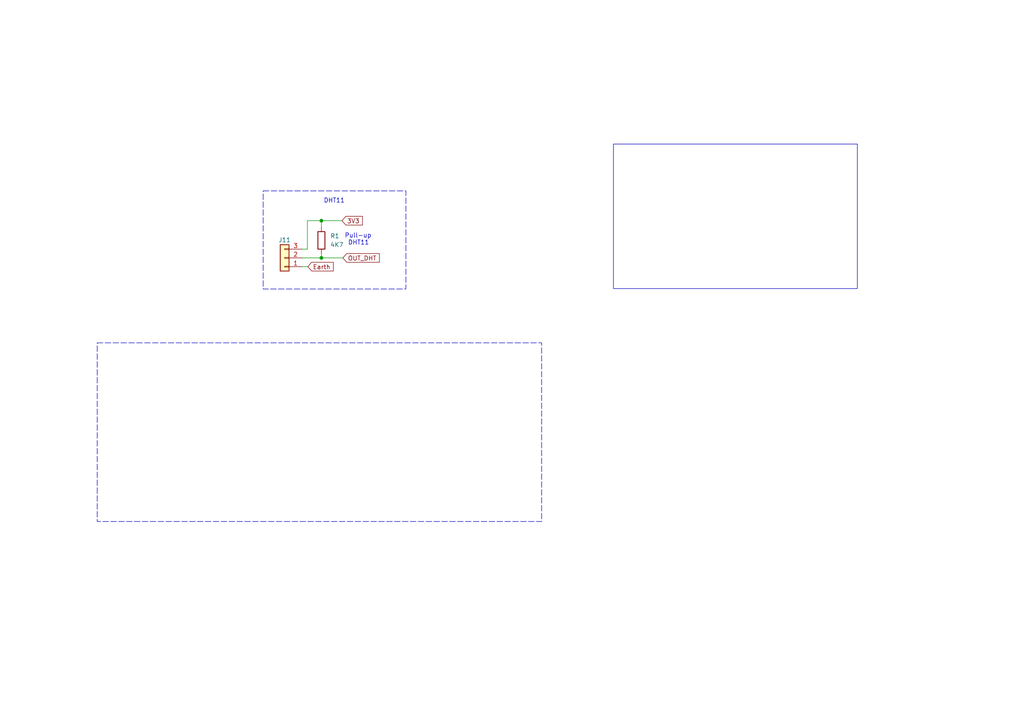
<source format=kicad_sch>
(kicad_sch (version 20230121) (generator eeschema)
  (paper "A4")
  (lib_symbols
    (symbol "Connector_Generic:Conn_01x03" (pin_names (offset 1.016) hide)
      (property "Reference" "J" (at 0 5.08 0))
      (property "Value" "Conn_01x03" (at 0 -5.08 0))
      (symbol "Conn_01x03_1_1"
        (rectangle (start -1.27 -2.413) (end 0 -2.667) (stroke (width 0.1524)))
        (rectangle (start -1.27 0.127) (end 0 -0.127) (stroke (width 0.1524)))
        (rectangle (start -1.27 2.667) (end 0 2.413) (stroke (width 0.1524)))
        (rectangle (start -1.27 3.81) (end 1.27 -3.81) (stroke (width 0.254)) (fill (type background)))
        (pin passive line (at -5.08 2.54 0) (length 3.81) (name "Pin_1") (number "1"))
        (pin passive line (at -5.08 0 0) (length 3.81) (name "Pin_2") (number "2"))
        (pin passive line (at -5.08 -2.54 0) (length 3.81) (name "Pin_3") (number "3"))
      )
    )
    (symbol "Device:R" (pin_numbers hide) (pin_names (offset 0))
      (property "Reference" "R" (at 2.032 0 90))
      (property "Value" "R" (at 0 0 90))
      (symbol "R_0_1"
        (rectangle (start -1.016 -2.54) (end 1.016 2.54) (stroke (width 0.254)))
      )
      (symbol "R_1_1"
        (pin passive line (at 0 3.81 270) (length 1.27) (name "~") (number "1"))
        (pin passive line (at 0 -3.81 90) (length 1.27) (name "~") (number "2"))
      )
    )
  )
  (junction (at 93.218 64.008))
  (junction (at 93.218 74.803))
  (wire (pts (xy 87.63 77.343) (xy 89.281 77.343)))
  (wire (pts (xy 93.218 73.533) (xy 93.218 74.803)))
  (wire (pts (xy 93.218 74.803) (xy 99.441 74.803)))
  (wire (pts (xy 93.218 64.008) (xy 93.218 65.913)))
  (wire (pts (xy 93.218 64.008) (xy 99.187 64.008)))
  (wire (pts (xy 89.154 64.008) (xy 89.154 72.263)))
  (wire (pts (xy 89.154 72.263) (xy 87.63 72.263)))
  (wire (pts (xy 87.63 74.803) (xy 93.218 74.803)))
  (wire (pts (xy 89.154 64.008) (xy 93.218 64.008)))
  (rectangle (start 28.194 99.441) (end 157.099 151.257) (stroke (width 0) (type dash)))
  (rectangle (start 177.927 41.783) (end 248.666 83.693))
  (rectangle (start 76.327 55.372) (end 117.729 83.82) (stroke (width 0) (type dash)))
  (text "DHT11" (at 93.853 59.055 0) (effects (font (size 1.27 1.27)) (justify left bottom)))
  (text "Pull-up \n DHT11" (at 99.949 71.247 0) (effects (font (size 1.27 1.27)) (justify left bottom)))
  (global_label "OUT_DHT" (shape input) (at 99.441 74.803 0) (property "Intersheetrefs" "${INTERSHEET_REFS}" (effects hide)))
  (global_label "Earth" (shape input) (at 89.281 77.343 0) (property "Intersheetrefs" "${INTERSHEET_REFS}" (effects hide)))
  (global_label "3V3" (shape input) (at 99.187 64.008 0) (property "Intersheetrefs" "${INTERSHEET_REFS}" (effects hide)))
  (symbol (lib_id "Device:R") (at 93.218 69.723 0) (unit 1)
    (property "Reference" "R1" (at 95.758 68.4529 0) (effects (justify left)))
    (property "Value" "4K7" (at 95.758 70.9929 0) (effects (justify left)))
    (property "Footprint" "Resistor_SMD:R_0805_2012Metric" (effects hide))
  )
  (symbol (lib_id "Connector_Generic:Conn_01x03") (at 82.55 74.803 180) (unit 1)
    (property "Reference" "J11" (at 82.55 69.596 0))
    (property "Value" "Conn_01x03" (effects hide))
    (property "Footprint" "My_library_footprint:KK_3Vias" (effects hide))
    (instances (project "Belliz_IOT" (path "" (reference "J11") (unit 1)) (path "" (reference "J5") (unit 1))))
  )
)
</source>
